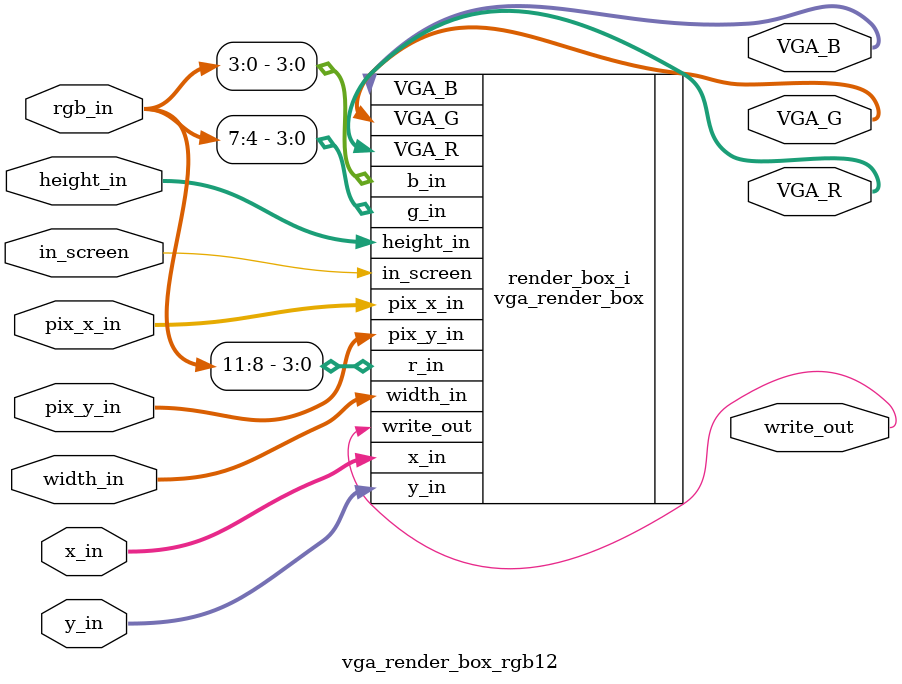
<source format=sv>
`timescale 1ns/1ps

/**
* Module: vga_render_box_rgb12
* Description: Wrapper around `vga_render_box` that accepts 12-bit packed RGB input
*              and optionally specifies a background color.
*
* Parameters:
* - BG: 12-bit background color in RGB444 format (default: black, 12'h000)
*
* Inputs:
* - pix_x_in: Current pixel x-coordinate (0–H_ACTIVE_END)
* - pix_y_in: Current pixel y-coordinate (0–V_ACTIVE_END)
* - in_screen: High when the pixel is within the visible video area
* - x_in: X position of the top-left corner of the rendered box
* - width_in: Box width in pixels
* - y_in: Y position of the top-left corner of the rendered box
* - height_in: Box height in pixels
* - rgb_in: 12-bit RGB color (4 bits per channel: [11:8]=R, [7:4]=G, [3:0]=B)
*
* Outputs:
* - VGA_R: 4-bit red channel for VGA output
* - VGA_G: 4-bit green channel for VGA output
* - VGA_B: 4-bit blue channel for VGA output
* - write_out: High when this box is actively writing a pixel.
*
* Functionality:
* - Decomposes the 12-bit `rgb_in` into individual 4-bit R/G/B channels.
* - Delegates rendering to `vga_render_box`, which fills the defined rectangle area
*   when the current pixel lies within the box boundaries.
* - Outputs the specified color when inside the box, or the parameterized background
*   color (`BG`) otherwise.
*
* Typical Usage:
* - Used to draw static colored rectangles on screen (e.g., flags, UI panels, sprites).
* - Instantiate multiple modules with different coordinates and colors to overlay shapes.
*/
module vga_render_box_rgb12 #(
    parameter logic [11:0] BG = 12'h000,
  )(
    input  logic [10:0] pix_x_in,
    input  logic [9:0]  pix_y_in,
    input  logic        in_screen,

    input  logic [10:0] x_in, width_in,
    input  logic [9:0]  y_in, height_in,
    input  logic [11:0] rgb_in,

    output logic [3:0]  VGA_R, VGA_G, VGA_B,
    output logic        write_out
);

  vga_render_box #(
    .BG_R (BG[11:8]), .BG_G(BG[7:4]), .BG_B(BG[3:0])
    ) render_box_i (
    .pix_x_in   (pix_x_in),     .pix_y_in  (pix_y_in),
    .in_screen  (in_screen),
    .x_in       (x_in),         .width_in  (width_in),
    .y_in       (y_in),         .height_in (height_in),
    .r_in       (rgb_in[11:8]), .g_in      (rgb_in[7:4]), .b_in (rgb_in[3:0]),
    .VGA_R      (VGA_R),        .VGA_G     (VGA_G),       .VGA_B (VGA_B),
    .write_out  (write_out)
    );

endmodule

</source>
